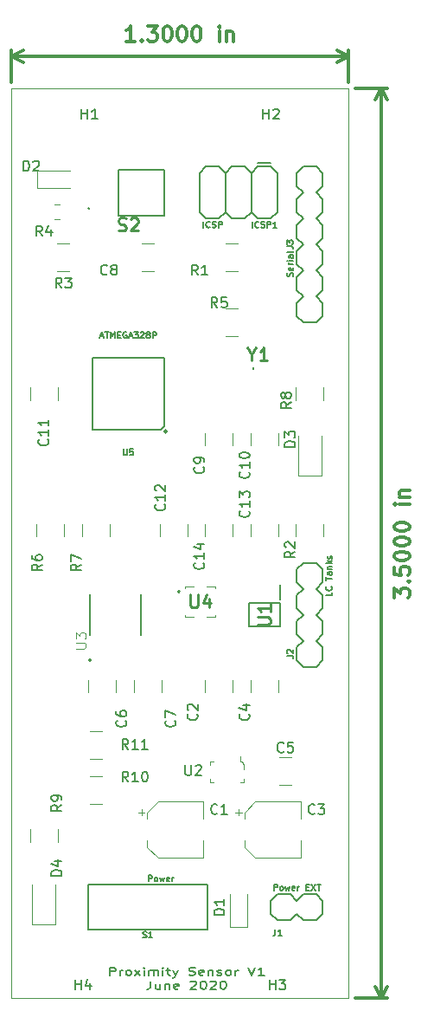
<source format=gbr>
G04 #@! TF.GenerationSoftware,KiCad,Pcbnew,(5.0.2)-1*
G04 #@! TF.CreationDate,2020-06-25T12:03:09-05:00*
G04 #@! TF.ProjectId,ProximityMother_V1,50726f78-696d-4697-9479-4d6f74686572,V1*
G04 #@! TF.SameCoordinates,Original*
G04 #@! TF.FileFunction,Legend,Top*
G04 #@! TF.FilePolarity,Positive*
%FSLAX46Y46*%
G04 Gerber Fmt 4.6, Leading zero omitted, Abs format (unit mm)*
G04 Created by KiCad (PCBNEW (5.0.2)-1) date 6/25/2020 12:03:09 PM*
%MOMM*%
%LPD*%
G01*
G04 APERTURE LIST*
%ADD10C,0.190500*%
%ADD11C,0.300000*%
%ADD12C,0.025400*%
%ADD13C,0.200000*%
%ADD14C,0.100000*%
%ADD15C,0.120000*%
%ADD16C,0.203200*%
%ADD17C,0.127000*%
%ADD18C,0.254000*%
%ADD19C,0.150000*%
%ADD20C,0.015000*%
G04 APERTURE END LIST*
D10*
X93417571Y-157792964D02*
X93417571Y-157030964D01*
X93804619Y-157030964D01*
X93901380Y-157067250D01*
X93949761Y-157103535D01*
X93998142Y-157176107D01*
X93998142Y-157284964D01*
X93949761Y-157357535D01*
X93901380Y-157393821D01*
X93804619Y-157430107D01*
X93417571Y-157430107D01*
X94433571Y-157792964D02*
X94433571Y-157284964D01*
X94433571Y-157430107D02*
X94481952Y-157357535D01*
X94530333Y-157321250D01*
X94627095Y-157284964D01*
X94723857Y-157284964D01*
X95207666Y-157792964D02*
X95110904Y-157756678D01*
X95062523Y-157720392D01*
X95014142Y-157647821D01*
X95014142Y-157430107D01*
X95062523Y-157357535D01*
X95110904Y-157321250D01*
X95207666Y-157284964D01*
X95352809Y-157284964D01*
X95449571Y-157321250D01*
X95497952Y-157357535D01*
X95546333Y-157430107D01*
X95546333Y-157647821D01*
X95497952Y-157720392D01*
X95449571Y-157756678D01*
X95352809Y-157792964D01*
X95207666Y-157792964D01*
X95885000Y-157792964D02*
X96417190Y-157284964D01*
X95885000Y-157284964D02*
X96417190Y-157792964D01*
X96804238Y-157792964D02*
X96804238Y-157284964D01*
X96804238Y-157030964D02*
X96755857Y-157067250D01*
X96804238Y-157103535D01*
X96852619Y-157067250D01*
X96804238Y-157030964D01*
X96804238Y-157103535D01*
X97288047Y-157792964D02*
X97288047Y-157284964D01*
X97288047Y-157357535D02*
X97336428Y-157321250D01*
X97433190Y-157284964D01*
X97578333Y-157284964D01*
X97675095Y-157321250D01*
X97723476Y-157393821D01*
X97723476Y-157792964D01*
X97723476Y-157393821D02*
X97771857Y-157321250D01*
X97868619Y-157284964D01*
X98013761Y-157284964D01*
X98110523Y-157321250D01*
X98158904Y-157393821D01*
X98158904Y-157792964D01*
X98642714Y-157792964D02*
X98642714Y-157284964D01*
X98642714Y-157030964D02*
X98594333Y-157067250D01*
X98642714Y-157103535D01*
X98691095Y-157067250D01*
X98642714Y-157030964D01*
X98642714Y-157103535D01*
X98981380Y-157284964D02*
X99368428Y-157284964D01*
X99126523Y-157030964D02*
X99126523Y-157684107D01*
X99174904Y-157756678D01*
X99271666Y-157792964D01*
X99368428Y-157792964D01*
X99610333Y-157284964D02*
X99852238Y-157792964D01*
X100094142Y-157284964D02*
X99852238Y-157792964D01*
X99755476Y-157974392D01*
X99707095Y-158010678D01*
X99610333Y-158046964D01*
X101206904Y-157756678D02*
X101352047Y-157792964D01*
X101593952Y-157792964D01*
X101690714Y-157756678D01*
X101739095Y-157720392D01*
X101787476Y-157647821D01*
X101787476Y-157575250D01*
X101739095Y-157502678D01*
X101690714Y-157466392D01*
X101593952Y-157430107D01*
X101400428Y-157393821D01*
X101303666Y-157357535D01*
X101255285Y-157321250D01*
X101206904Y-157248678D01*
X101206904Y-157176107D01*
X101255285Y-157103535D01*
X101303666Y-157067250D01*
X101400428Y-157030964D01*
X101642333Y-157030964D01*
X101787476Y-157067250D01*
X102609952Y-157756678D02*
X102513190Y-157792964D01*
X102319666Y-157792964D01*
X102222904Y-157756678D01*
X102174523Y-157684107D01*
X102174523Y-157393821D01*
X102222904Y-157321250D01*
X102319666Y-157284964D01*
X102513190Y-157284964D01*
X102609952Y-157321250D01*
X102658333Y-157393821D01*
X102658333Y-157466392D01*
X102174523Y-157538964D01*
X103093761Y-157284964D02*
X103093761Y-157792964D01*
X103093761Y-157357535D02*
X103142142Y-157321250D01*
X103238904Y-157284964D01*
X103384047Y-157284964D01*
X103480809Y-157321250D01*
X103529190Y-157393821D01*
X103529190Y-157792964D01*
X103964619Y-157756678D02*
X104061380Y-157792964D01*
X104254904Y-157792964D01*
X104351666Y-157756678D01*
X104400047Y-157684107D01*
X104400047Y-157647821D01*
X104351666Y-157575250D01*
X104254904Y-157538964D01*
X104109761Y-157538964D01*
X104013000Y-157502678D01*
X103964619Y-157430107D01*
X103964619Y-157393821D01*
X104013000Y-157321250D01*
X104109761Y-157284964D01*
X104254904Y-157284964D01*
X104351666Y-157321250D01*
X104980619Y-157792964D02*
X104883857Y-157756678D01*
X104835476Y-157720392D01*
X104787095Y-157647821D01*
X104787095Y-157430107D01*
X104835476Y-157357535D01*
X104883857Y-157321250D01*
X104980619Y-157284964D01*
X105125761Y-157284964D01*
X105222523Y-157321250D01*
X105270904Y-157357535D01*
X105319285Y-157430107D01*
X105319285Y-157647821D01*
X105270904Y-157720392D01*
X105222523Y-157756678D01*
X105125761Y-157792964D01*
X104980619Y-157792964D01*
X105754714Y-157792964D02*
X105754714Y-157284964D01*
X105754714Y-157430107D02*
X105803095Y-157357535D01*
X105851476Y-157321250D01*
X105948238Y-157284964D01*
X106045000Y-157284964D01*
X107012619Y-157030964D02*
X107351285Y-157792964D01*
X107689952Y-157030964D01*
X108560809Y-157792964D02*
X107980238Y-157792964D01*
X108270523Y-157792964D02*
X108270523Y-157030964D01*
X108173761Y-157139821D01*
X108077000Y-157212392D01*
X107980238Y-157248678D01*
X97433190Y-158364464D02*
X97433190Y-158908750D01*
X97384809Y-159017607D01*
X97288047Y-159090178D01*
X97142904Y-159126464D01*
X97046142Y-159126464D01*
X98352428Y-158618464D02*
X98352428Y-159126464D01*
X97917000Y-158618464D02*
X97917000Y-159017607D01*
X97965380Y-159090178D01*
X98062142Y-159126464D01*
X98207285Y-159126464D01*
X98304047Y-159090178D01*
X98352428Y-159053892D01*
X98836238Y-158618464D02*
X98836238Y-159126464D01*
X98836238Y-158691035D02*
X98884619Y-158654750D01*
X98981380Y-158618464D01*
X99126523Y-158618464D01*
X99223285Y-158654750D01*
X99271666Y-158727321D01*
X99271666Y-159126464D01*
X100142523Y-159090178D02*
X100045761Y-159126464D01*
X99852238Y-159126464D01*
X99755476Y-159090178D01*
X99707095Y-159017607D01*
X99707095Y-158727321D01*
X99755476Y-158654750D01*
X99852238Y-158618464D01*
X100045761Y-158618464D01*
X100142523Y-158654750D01*
X100190904Y-158727321D01*
X100190904Y-158799892D01*
X99707095Y-158872464D01*
X101352047Y-158437035D02*
X101400428Y-158400750D01*
X101497190Y-158364464D01*
X101739095Y-158364464D01*
X101835857Y-158400750D01*
X101884238Y-158437035D01*
X101932619Y-158509607D01*
X101932619Y-158582178D01*
X101884238Y-158691035D01*
X101303666Y-159126464D01*
X101932619Y-159126464D01*
X102561571Y-158364464D02*
X102658333Y-158364464D01*
X102755095Y-158400750D01*
X102803476Y-158437035D01*
X102851857Y-158509607D01*
X102900238Y-158654750D01*
X102900238Y-158836178D01*
X102851857Y-158981321D01*
X102803476Y-159053892D01*
X102755095Y-159090178D01*
X102658333Y-159126464D01*
X102561571Y-159126464D01*
X102464809Y-159090178D01*
X102416428Y-159053892D01*
X102368047Y-158981321D01*
X102319666Y-158836178D01*
X102319666Y-158654750D01*
X102368047Y-158509607D01*
X102416428Y-158437035D01*
X102464809Y-158400750D01*
X102561571Y-158364464D01*
X103287285Y-158437035D02*
X103335666Y-158400750D01*
X103432428Y-158364464D01*
X103674333Y-158364464D01*
X103771095Y-158400750D01*
X103819476Y-158437035D01*
X103867857Y-158509607D01*
X103867857Y-158582178D01*
X103819476Y-158691035D01*
X103238904Y-159126464D01*
X103867857Y-159126464D01*
X104496809Y-158364464D02*
X104593571Y-158364464D01*
X104690333Y-158400750D01*
X104738714Y-158437035D01*
X104787095Y-158509607D01*
X104835476Y-158654750D01*
X104835476Y-158836178D01*
X104787095Y-158981321D01*
X104738714Y-159053892D01*
X104690333Y-159090178D01*
X104593571Y-159126464D01*
X104496809Y-159126464D01*
X104400047Y-159090178D01*
X104351666Y-159053892D01*
X104303285Y-158981321D01*
X104254904Y-158836178D01*
X104254904Y-158654750D01*
X104303285Y-158509607D01*
X104351666Y-158437035D01*
X104400047Y-158400750D01*
X104496809Y-158364464D01*
D11*
X95937142Y-66523571D02*
X95080000Y-66523571D01*
X95508571Y-66523571D02*
X95508571Y-65023571D01*
X95365714Y-65237857D01*
X95222857Y-65380714D01*
X95080000Y-65452142D01*
X96580000Y-66380714D02*
X96651428Y-66452142D01*
X96580000Y-66523571D01*
X96508571Y-66452142D01*
X96580000Y-66380714D01*
X96580000Y-66523571D01*
X97151428Y-65023571D02*
X98080000Y-65023571D01*
X97580000Y-65595000D01*
X97794285Y-65595000D01*
X97937142Y-65666428D01*
X98008571Y-65737857D01*
X98080000Y-65880714D01*
X98080000Y-66237857D01*
X98008571Y-66380714D01*
X97937142Y-66452142D01*
X97794285Y-66523571D01*
X97365714Y-66523571D01*
X97222857Y-66452142D01*
X97151428Y-66380714D01*
X99008571Y-65023571D02*
X99151428Y-65023571D01*
X99294285Y-65095000D01*
X99365714Y-65166428D01*
X99437142Y-65309285D01*
X99508571Y-65595000D01*
X99508571Y-65952142D01*
X99437142Y-66237857D01*
X99365714Y-66380714D01*
X99294285Y-66452142D01*
X99151428Y-66523571D01*
X99008571Y-66523571D01*
X98865714Y-66452142D01*
X98794285Y-66380714D01*
X98722857Y-66237857D01*
X98651428Y-65952142D01*
X98651428Y-65595000D01*
X98722857Y-65309285D01*
X98794285Y-65166428D01*
X98865714Y-65095000D01*
X99008571Y-65023571D01*
X100437142Y-65023571D02*
X100580000Y-65023571D01*
X100722857Y-65095000D01*
X100794285Y-65166428D01*
X100865714Y-65309285D01*
X100937142Y-65595000D01*
X100937142Y-65952142D01*
X100865714Y-66237857D01*
X100794285Y-66380714D01*
X100722857Y-66452142D01*
X100580000Y-66523571D01*
X100437142Y-66523571D01*
X100294285Y-66452142D01*
X100222857Y-66380714D01*
X100151428Y-66237857D01*
X100080000Y-65952142D01*
X100080000Y-65595000D01*
X100151428Y-65309285D01*
X100222857Y-65166428D01*
X100294285Y-65095000D01*
X100437142Y-65023571D01*
X101865714Y-65023571D02*
X102008571Y-65023571D01*
X102151428Y-65095000D01*
X102222857Y-65166428D01*
X102294285Y-65309285D01*
X102365714Y-65595000D01*
X102365714Y-65952142D01*
X102294285Y-66237857D01*
X102222857Y-66380714D01*
X102151428Y-66452142D01*
X102008571Y-66523571D01*
X101865714Y-66523571D01*
X101722857Y-66452142D01*
X101651428Y-66380714D01*
X101580000Y-66237857D01*
X101508571Y-65952142D01*
X101508571Y-65595000D01*
X101580000Y-65309285D01*
X101651428Y-65166428D01*
X101722857Y-65095000D01*
X101865714Y-65023571D01*
X104151428Y-66523571D02*
X104151428Y-65523571D01*
X104151428Y-65023571D02*
X104080000Y-65095000D01*
X104151428Y-65166428D01*
X104222857Y-65095000D01*
X104151428Y-65023571D01*
X104151428Y-65166428D01*
X104865714Y-65523571D02*
X104865714Y-66523571D01*
X104865714Y-65666428D02*
X104937142Y-65595000D01*
X105080000Y-65523571D01*
X105294285Y-65523571D01*
X105437142Y-65595000D01*
X105508571Y-65737857D01*
X105508571Y-66523571D01*
X116840000Y-67945000D02*
X83820000Y-67945000D01*
X116840000Y-70485000D02*
X116840000Y-67358579D01*
X83820000Y-70485000D02*
X83820000Y-67358579D01*
X83820000Y-67945000D02*
X84946504Y-67358579D01*
X83820000Y-67945000D02*
X84946504Y-68531421D01*
X116840000Y-67945000D02*
X115713496Y-67358579D01*
X116840000Y-67945000D02*
X115713496Y-68531421D01*
X121293571Y-120891428D02*
X121293571Y-119962857D01*
X121865000Y-120462857D01*
X121865000Y-120248571D01*
X121936428Y-120105714D01*
X122007857Y-120034285D01*
X122150714Y-119962857D01*
X122507857Y-119962857D01*
X122650714Y-120034285D01*
X122722142Y-120105714D01*
X122793571Y-120248571D01*
X122793571Y-120677142D01*
X122722142Y-120820000D01*
X122650714Y-120891428D01*
X122650714Y-119320000D02*
X122722142Y-119248571D01*
X122793571Y-119320000D01*
X122722142Y-119391428D01*
X122650714Y-119320000D01*
X122793571Y-119320000D01*
X121293571Y-117891428D02*
X121293571Y-118605714D01*
X122007857Y-118677142D01*
X121936428Y-118605714D01*
X121865000Y-118462857D01*
X121865000Y-118105714D01*
X121936428Y-117962857D01*
X122007857Y-117891428D01*
X122150714Y-117820000D01*
X122507857Y-117820000D01*
X122650714Y-117891428D01*
X122722142Y-117962857D01*
X122793571Y-118105714D01*
X122793571Y-118462857D01*
X122722142Y-118605714D01*
X122650714Y-118677142D01*
X121293571Y-116891428D02*
X121293571Y-116748571D01*
X121365000Y-116605714D01*
X121436428Y-116534285D01*
X121579285Y-116462857D01*
X121865000Y-116391428D01*
X122222142Y-116391428D01*
X122507857Y-116462857D01*
X122650714Y-116534285D01*
X122722142Y-116605714D01*
X122793571Y-116748571D01*
X122793571Y-116891428D01*
X122722142Y-117034285D01*
X122650714Y-117105714D01*
X122507857Y-117177142D01*
X122222142Y-117248571D01*
X121865000Y-117248571D01*
X121579285Y-117177142D01*
X121436428Y-117105714D01*
X121365000Y-117034285D01*
X121293571Y-116891428D01*
X121293571Y-115462857D02*
X121293571Y-115320000D01*
X121365000Y-115177142D01*
X121436428Y-115105714D01*
X121579285Y-115034285D01*
X121865000Y-114962857D01*
X122222142Y-114962857D01*
X122507857Y-115034285D01*
X122650714Y-115105714D01*
X122722142Y-115177142D01*
X122793571Y-115320000D01*
X122793571Y-115462857D01*
X122722142Y-115605714D01*
X122650714Y-115677142D01*
X122507857Y-115748571D01*
X122222142Y-115820000D01*
X121865000Y-115820000D01*
X121579285Y-115748571D01*
X121436428Y-115677142D01*
X121365000Y-115605714D01*
X121293571Y-115462857D01*
X121293571Y-114034285D02*
X121293571Y-113891428D01*
X121365000Y-113748571D01*
X121436428Y-113677142D01*
X121579285Y-113605714D01*
X121865000Y-113534285D01*
X122222142Y-113534285D01*
X122507857Y-113605714D01*
X122650714Y-113677142D01*
X122722142Y-113748571D01*
X122793571Y-113891428D01*
X122793571Y-114034285D01*
X122722142Y-114177142D01*
X122650714Y-114248571D01*
X122507857Y-114320000D01*
X122222142Y-114391428D01*
X121865000Y-114391428D01*
X121579285Y-114320000D01*
X121436428Y-114248571D01*
X121365000Y-114177142D01*
X121293571Y-114034285D01*
X122793571Y-111748571D02*
X121793571Y-111748571D01*
X121293571Y-111748571D02*
X121365000Y-111820000D01*
X121436428Y-111748571D01*
X121365000Y-111677142D01*
X121293571Y-111748571D01*
X121436428Y-111748571D01*
X121793571Y-111034285D02*
X122793571Y-111034285D01*
X121936428Y-111034285D02*
X121865000Y-110962857D01*
X121793571Y-110820000D01*
X121793571Y-110605714D01*
X121865000Y-110462857D01*
X122007857Y-110391428D01*
X122793571Y-110391428D01*
X120015000Y-160020000D02*
X120015000Y-71120000D01*
X117475000Y-160020000D02*
X120601421Y-160020000D01*
X117475000Y-71120000D02*
X120601421Y-71120000D01*
X120015000Y-71120000D02*
X120601421Y-72246504D01*
X120015000Y-71120000D02*
X119428579Y-72246504D01*
X120015000Y-160020000D02*
X120601421Y-158893496D01*
X120015000Y-160020000D02*
X119428579Y-158893496D01*
D12*
X83820000Y-160020000D02*
X83820000Y-71120000D01*
X116840000Y-160020000D02*
X83820000Y-160020000D01*
X116840000Y-71120000D02*
X116840000Y-160020000D01*
X83820000Y-71120000D02*
X116840000Y-71120000D01*
D13*
G04 #@! TO.C,U4*
X100195000Y-120185000D02*
G75*
G02X100195000Y-120385000I0J-100000D01*
G01*
X100195000Y-120385000D02*
G75*
G02X100195000Y-120185000I0J100000D01*
G01*
X100195000Y-120385000D02*
X100195000Y-120385000D01*
X100195000Y-120185000D02*
X100195000Y-120185000D01*
D14*
X103795000Y-122785000D02*
X103795000Y-122585000D01*
X102895000Y-122785000D02*
X103795000Y-122785000D01*
X100795000Y-122785000D02*
X101695000Y-122785000D01*
X100795000Y-122585000D02*
X100795000Y-122785000D01*
X103795000Y-119785000D02*
X103795000Y-119985000D01*
X102895000Y-119785000D02*
X103795000Y-119785000D01*
X100795000Y-119785000D02*
X101695000Y-119785000D01*
X100795000Y-119985000D02*
X100795000Y-119785000D01*
D15*
G04 #@! TO.C,R8*
X114390000Y-101567064D02*
X114390000Y-100362936D01*
X111670000Y-101567064D02*
X111670000Y-100362936D01*
D16*
G04 #@! TO.C,ICSP1*
X109220000Y-78407260D02*
X107950000Y-78407260D01*
X107950000Y-78407260D02*
X109220000Y-78407260D01*
X109220000Y-78740000D02*
X107950000Y-78740000D01*
X106680000Y-78740000D02*
X105410000Y-78740000D01*
X104140000Y-78740000D02*
X102870000Y-78740000D01*
X102235000Y-83185000D02*
X102235000Y-79375000D01*
X104775000Y-83185000D02*
X104775000Y-79375000D01*
X107315000Y-83185000D02*
X107315000Y-79375000D01*
X102870000Y-83820000D02*
X102235000Y-83185000D01*
X104140000Y-83820000D02*
X102870000Y-83820000D01*
X104775000Y-83185000D02*
X104140000Y-83820000D01*
X105410000Y-83820000D02*
X104775000Y-83185000D01*
X106680000Y-83820000D02*
X105410000Y-83820000D01*
X107315000Y-83185000D02*
X106680000Y-83820000D01*
X107950000Y-83820000D02*
X107315000Y-83185000D01*
X109220000Y-83820000D02*
X107950000Y-83820000D01*
X109855000Y-83185000D02*
X109220000Y-83820000D01*
X109855000Y-79375000D02*
X109855000Y-83185000D01*
X102870000Y-78740000D02*
X102235000Y-79375000D01*
X104775000Y-79375000D02*
X104140000Y-78740000D01*
X105410000Y-78740000D02*
X104775000Y-79375000D01*
X107315000Y-79375000D02*
X106680000Y-78740000D01*
X107950000Y-78740000D02*
X107315000Y-79375000D01*
X109855000Y-79375000D02*
X109220000Y-78740000D01*
D15*
G04 #@! TO.C,C1*
X96535700Y-141564500D02*
X96535700Y-142189500D01*
X96223200Y-141877000D02*
X96848200Y-141877000D01*
X97088200Y-145257563D02*
X98152637Y-146322000D01*
X97088200Y-141866437D02*
X98152637Y-140802000D01*
X97088200Y-141866437D02*
X97088200Y-142502000D01*
X97088200Y-145257563D02*
X97088200Y-144622000D01*
X98152637Y-146322000D02*
X102608200Y-146322000D01*
X98152637Y-140802000D02*
X102608200Y-140802000D01*
X102608200Y-140802000D02*
X102608200Y-142502000D01*
X102608200Y-146322000D02*
X102608200Y-144622000D01*
G04 #@! TO.C,C2*
X105500000Y-128937936D02*
X105500000Y-130142064D01*
X102780000Y-128937936D02*
X102780000Y-130142064D01*
G04 #@! TO.C,C3*
X112133000Y-146322000D02*
X112133000Y-144622000D01*
X112133000Y-140802000D02*
X112133000Y-142502000D01*
X107677437Y-140802000D02*
X112133000Y-140802000D01*
X107677437Y-146322000D02*
X112133000Y-146322000D01*
X106613000Y-145257563D02*
X106613000Y-144622000D01*
X106613000Y-141866437D02*
X106613000Y-142502000D01*
X106613000Y-141866437D02*
X107677437Y-140802000D01*
X106613000Y-145257563D02*
X107677437Y-146322000D01*
X105748000Y-141877000D02*
X106373000Y-141877000D01*
X106060500Y-141564500D02*
X106060500Y-142189500D01*
G04 #@! TO.C,C4*
X107225000Y-128937936D02*
X107225000Y-130142064D01*
X109945000Y-128937936D02*
X109945000Y-130142064D01*
G04 #@! TO.C,C5*
X110040936Y-139207000D02*
X111245064Y-139207000D01*
X110040936Y-136487000D02*
X111245064Y-136487000D01*
G04 #@! TO.C,C6*
X94070000Y-128937936D02*
X94070000Y-130142064D01*
X91350000Y-128937936D02*
X91350000Y-130142064D01*
G04 #@! TO.C,C7*
X98515000Y-128937936D02*
X98515000Y-130142064D01*
X95795000Y-128937936D02*
X95795000Y-130142064D01*
G04 #@! TO.C,C8*
X97757064Y-88990000D02*
X96552936Y-88990000D01*
X97757064Y-86270000D02*
X96552936Y-86270000D01*
G04 #@! TO.C,C9*
X102780000Y-104807936D02*
X102780000Y-106012064D01*
X105500000Y-104807936D02*
X105500000Y-106012064D01*
G04 #@! TO.C,C10*
X107225000Y-104807936D02*
X107225000Y-106012064D01*
X109945000Y-104807936D02*
X109945000Y-106012064D01*
G04 #@! TO.C,C11*
X85635000Y-101567064D02*
X85635000Y-100362936D01*
X88355000Y-101567064D02*
X88355000Y-100362936D01*
G04 #@! TO.C,C12*
X101055000Y-113697936D02*
X101055000Y-114902064D01*
X98335000Y-113697936D02*
X98335000Y-114902064D01*
G04 #@! TO.C,C13*
X109945000Y-114902064D02*
X109945000Y-113697936D01*
X107225000Y-114902064D02*
X107225000Y-113697936D01*
G04 #@! TO.C,C14*
X105500000Y-114902064D02*
X105500000Y-113697936D01*
X102780000Y-114902064D02*
X102780000Y-113697936D01*
G04 #@! TO.C,D1*
X105195000Y-153030000D02*
X105195000Y-149880000D01*
X106895000Y-153030000D02*
X106895000Y-149880000D01*
X105195000Y-153030000D02*
X106895000Y-153030000D01*
G04 #@! TO.C,D2*
X86365000Y-79160000D02*
X86365000Y-80860000D01*
X86365000Y-80860000D02*
X89515000Y-80860000D01*
X86365000Y-79160000D02*
X89515000Y-79160000D01*
G04 #@! TO.C,D3*
X114165000Y-108965000D02*
X114165000Y-105080000D01*
X111895000Y-108965000D02*
X114165000Y-108965000D01*
X111895000Y-105080000D02*
X111895000Y-108965000D01*
G04 #@! TO.C,D4*
X85860000Y-148895000D02*
X85860000Y-152780000D01*
X85860000Y-152780000D02*
X88130000Y-152780000D01*
X88130000Y-152780000D02*
X88130000Y-148895000D01*
D16*
G04 #@! TO.C,J1*
X109855000Y-149860000D02*
X111125000Y-149860000D01*
X111125000Y-149860000D02*
X111760000Y-150495000D01*
X111760000Y-151765000D02*
X111125000Y-152400000D01*
X111760000Y-150495000D02*
X112395000Y-149860000D01*
X112395000Y-149860000D02*
X113665000Y-149860000D01*
X113665000Y-149860000D02*
X114300000Y-150495000D01*
X114300000Y-151765000D02*
X113665000Y-152400000D01*
X113665000Y-152400000D02*
X112395000Y-152400000D01*
X112395000Y-152400000D02*
X111760000Y-151765000D01*
X109220000Y-150495000D02*
X109220000Y-151765000D01*
X109855000Y-149860000D02*
X109220000Y-150495000D01*
X109220000Y-151765000D02*
X109855000Y-152400000D01*
X111125000Y-152400000D02*
X109855000Y-152400000D01*
X114300000Y-150495000D02*
X114300000Y-151765000D01*
G04 #@! TO.C,J2*
X111760000Y-119380000D02*
X111760000Y-118110000D01*
X111760000Y-118110000D02*
X112395000Y-117475000D01*
X113665000Y-117475000D02*
X114300000Y-118110000D01*
X112395000Y-122555000D02*
X111760000Y-121920000D01*
X111760000Y-121920000D02*
X111760000Y-120650000D01*
X111760000Y-120650000D02*
X112395000Y-120015000D01*
X113665000Y-120015000D02*
X114300000Y-120650000D01*
X114300000Y-120650000D02*
X114300000Y-121920000D01*
X114300000Y-121920000D02*
X113665000Y-122555000D01*
X111760000Y-119380000D02*
X112395000Y-120015000D01*
X113665000Y-120015000D02*
X114300000Y-119380000D01*
X114300000Y-118110000D02*
X114300000Y-119380000D01*
X111760000Y-127000000D02*
X111760000Y-125730000D01*
X111760000Y-125730000D02*
X112395000Y-125095000D01*
X113665000Y-125095000D02*
X114300000Y-125730000D01*
X112395000Y-125095000D02*
X111760000Y-124460000D01*
X111760000Y-124460000D02*
X111760000Y-123190000D01*
X111760000Y-123190000D02*
X112395000Y-122555000D01*
X113665000Y-122555000D02*
X114300000Y-123190000D01*
X114300000Y-123190000D02*
X114300000Y-124460000D01*
X114300000Y-124460000D02*
X113665000Y-125095000D01*
X112395000Y-127635000D02*
X113665000Y-127635000D01*
X111760000Y-127000000D02*
X112395000Y-127635000D01*
X113665000Y-127635000D02*
X114300000Y-127000000D01*
X114300000Y-125730000D02*
X114300000Y-127000000D01*
X112395000Y-117475000D02*
X113665000Y-117475000D01*
G04 #@! TO.C,J3*
X112395000Y-81280000D02*
X111760000Y-80645000D01*
X111760000Y-80645000D02*
X111760000Y-79375000D01*
X111760000Y-79375000D02*
X112395000Y-78740000D01*
X113665000Y-78740000D02*
X114300000Y-79375000D01*
X114300000Y-79375000D02*
X114300000Y-80645000D01*
X114300000Y-80645000D02*
X113665000Y-81280000D01*
X111760000Y-85725000D02*
X111760000Y-84455000D01*
X111760000Y-84455000D02*
X112395000Y-83820000D01*
X113665000Y-83820000D02*
X114300000Y-84455000D01*
X112395000Y-83820000D02*
X111760000Y-83185000D01*
X111760000Y-83185000D02*
X111760000Y-81915000D01*
X111760000Y-81915000D02*
X112395000Y-81280000D01*
X113665000Y-81280000D02*
X114300000Y-81915000D01*
X114300000Y-81915000D02*
X114300000Y-83185000D01*
X114300000Y-83185000D02*
X113665000Y-83820000D01*
X112395000Y-88900000D02*
X111760000Y-88265000D01*
X111760000Y-88265000D02*
X111760000Y-86995000D01*
X111760000Y-86995000D02*
X112395000Y-86360000D01*
X113665000Y-86360000D02*
X114300000Y-86995000D01*
X114300000Y-86995000D02*
X114300000Y-88265000D01*
X114300000Y-88265000D02*
X113665000Y-88900000D01*
X111760000Y-85725000D02*
X112395000Y-86360000D01*
X113665000Y-86360000D02*
X114300000Y-85725000D01*
X114300000Y-84455000D02*
X114300000Y-85725000D01*
X111760000Y-93345000D02*
X111760000Y-92075000D01*
X111760000Y-92075000D02*
X112395000Y-91440000D01*
X113665000Y-91440000D02*
X114300000Y-92075000D01*
X112395000Y-91440000D02*
X111760000Y-90805000D01*
X111760000Y-90805000D02*
X111760000Y-89535000D01*
X111760000Y-89535000D02*
X112395000Y-88900000D01*
X113665000Y-88900000D02*
X114300000Y-89535000D01*
X114300000Y-89535000D02*
X114300000Y-90805000D01*
X114300000Y-90805000D02*
X113665000Y-91440000D01*
X112395000Y-93980000D02*
X113665000Y-93980000D01*
X111760000Y-93345000D02*
X112395000Y-93980000D01*
X113665000Y-93980000D02*
X114300000Y-93345000D01*
X114300000Y-92075000D02*
X114300000Y-93345000D01*
X112395000Y-78740000D02*
X113665000Y-78740000D01*
D15*
G04 #@! TO.C,R1*
X106012064Y-86270000D02*
X104807936Y-86270000D01*
X106012064Y-88990000D02*
X104807936Y-88990000D01*
G04 #@! TO.C,R2*
X114390000Y-113697936D02*
X114390000Y-114902064D01*
X111670000Y-113697936D02*
X111670000Y-114902064D01*
G04 #@! TO.C,R3*
X88297936Y-86270000D02*
X89502064Y-86270000D01*
X88297936Y-88990000D02*
X89502064Y-88990000D01*
G04 #@! TO.C,R4*
X88526252Y-83895000D02*
X88003748Y-83895000D01*
X88526252Y-82475000D02*
X88003748Y-82475000D01*
G04 #@! TO.C,R5*
X106012064Y-92620000D02*
X104807936Y-92620000D01*
X106012064Y-95340000D02*
X104807936Y-95340000D01*
G04 #@! TO.C,R6*
X86270000Y-113697936D02*
X86270000Y-114902064D01*
X88990000Y-113697936D02*
X88990000Y-114902064D01*
G04 #@! TO.C,R7*
X93435000Y-113697936D02*
X93435000Y-114902064D01*
X90715000Y-113697936D02*
X90715000Y-114902064D01*
G04 #@! TO.C,R9*
X85635000Y-144747064D02*
X85635000Y-143542936D01*
X88355000Y-144747064D02*
X88355000Y-143542936D01*
G04 #@! TO.C,R10*
X91472936Y-141060000D02*
X92677064Y-141060000D01*
X91472936Y-138340000D02*
X92677064Y-138340000D01*
G04 #@! TO.C,R11*
X92677064Y-136615000D02*
X91472936Y-136615000D01*
X92677064Y-133895000D02*
X91472936Y-133895000D01*
D16*
G04 #@! TO.C,S1*
X91340940Y-148955760D02*
X91340940Y-153304240D01*
X91340940Y-153304240D02*
X102969060Y-153304240D01*
X102969060Y-153304240D02*
X102969060Y-148955760D01*
X102969060Y-148955760D02*
X91340940Y-148955760D01*
D13*
G04 #@! TO.C,S2*
X94270000Y-79030000D02*
X98770000Y-79030000D01*
X98770000Y-79030000D02*
X98770000Y-83530000D01*
X98770000Y-83530000D02*
X94270000Y-83530000D01*
X94270000Y-83530000D02*
X94270000Y-79030000D01*
X91451000Y-82863000D02*
G75*
G03X91451000Y-82863000I-69000J0D01*
G01*
G04 #@! TO.C,U1*
X110085000Y-121405000D02*
X110085000Y-123705000D01*
X110085000Y-123705000D02*
X107085000Y-123705000D01*
X107085000Y-123705000D02*
X107085000Y-121405000D01*
X107085000Y-121405000D02*
X110085000Y-121405000D01*
X110085000Y-119655000D02*
X110085000Y-121055000D01*
D14*
G04 #@! TO.C,U2*
X106253000Y-138927000D02*
X106578000Y-138927000D01*
X106578000Y-138927000D02*
X106578000Y-138627000D01*
X103603000Y-136927000D02*
X103278000Y-136927000D01*
X103278000Y-136927000D02*
X103278000Y-137227000D01*
X103578000Y-138927000D02*
X103278000Y-138927000D01*
X103278000Y-138927000D02*
X103278000Y-138602000D01*
X106578000Y-137252000D02*
X106353000Y-136927000D01*
X106353000Y-136927000D02*
X106253000Y-136927000D01*
X106253000Y-136927000D02*
X106253000Y-136402000D01*
X106578000Y-137252000D02*
X106578000Y-137627000D01*
D13*
G04 #@! TO.C,U3*
X91585000Y-127000000D02*
G75*
G03X91585000Y-127000000I-100000J0D01*
G01*
D17*
X91460000Y-124555000D02*
X91460000Y-120555000D01*
X96500000Y-124555000D02*
X96500000Y-120555000D01*
D16*
G04 #@! TO.C,U5*
X91747340Y-104467660D02*
X91747340Y-97462340D01*
X91747340Y-97462340D02*
X98752660Y-97462340D01*
X98752660Y-97462340D02*
X98752660Y-104114600D01*
X98399600Y-104467660D02*
X91747340Y-104467660D01*
X98399600Y-104467660D02*
X98752660Y-104114600D01*
X99060000Y-104648000D02*
G75*
G03X99060000Y-104648000I-152400J0D01*
G01*
D13*
G04 #@! TO.C,Y1*
X107510000Y-98425000D02*
X107510000Y-98425000D01*
X107510000Y-98525000D02*
X107510000Y-98525000D01*
X107510000Y-98425000D02*
X107510000Y-98425000D01*
X107510000Y-98525000D02*
G75*
G02X107510000Y-98425000I0J50000D01*
G01*
X107510000Y-98425000D02*
G75*
G02X107510000Y-98525000I0J-50000D01*
G01*
X107510000Y-98525000D02*
G75*
G02X107510000Y-98425000I0J50000D01*
G01*
G04 #@! TD*
G04 #@! TO.C,U4*
D18*
X101327380Y-120589523D02*
X101327380Y-121617619D01*
X101387857Y-121738571D01*
X101448333Y-121799047D01*
X101569285Y-121859523D01*
X101811190Y-121859523D01*
X101932142Y-121799047D01*
X101992619Y-121738571D01*
X102053095Y-121617619D01*
X102053095Y-120589523D01*
X103202142Y-121012857D02*
X103202142Y-121859523D01*
X102899761Y-120529047D02*
X102597380Y-121436190D01*
X103383571Y-121436190D01*
G04 #@! TO.C,R8*
D19*
X111202380Y-101766666D02*
X110726190Y-102100000D01*
X111202380Y-102338095D02*
X110202380Y-102338095D01*
X110202380Y-101957142D01*
X110250000Y-101861904D01*
X110297619Y-101814285D01*
X110392857Y-101766666D01*
X110535714Y-101766666D01*
X110630952Y-101814285D01*
X110678571Y-101861904D01*
X110726190Y-101957142D01*
X110726190Y-102338095D01*
X110630952Y-101195238D02*
X110583333Y-101290476D01*
X110535714Y-101338095D01*
X110440476Y-101385714D01*
X110392857Y-101385714D01*
X110297619Y-101338095D01*
X110250000Y-101290476D01*
X110202380Y-101195238D01*
X110202380Y-101004761D01*
X110250000Y-100909523D01*
X110297619Y-100861904D01*
X110392857Y-100814285D01*
X110440476Y-100814285D01*
X110535714Y-100861904D01*
X110583333Y-100909523D01*
X110630952Y-101004761D01*
X110630952Y-101195238D01*
X110678571Y-101290476D01*
X110726190Y-101338095D01*
X110821428Y-101385714D01*
X111011904Y-101385714D01*
X111107142Y-101338095D01*
X111154761Y-101290476D01*
X111202380Y-101195238D01*
X111202380Y-101004761D01*
X111154761Y-100909523D01*
X111107142Y-100861904D01*
X111011904Y-100814285D01*
X110821428Y-100814285D01*
X110726190Y-100861904D01*
X110678571Y-100909523D01*
X110630952Y-101004761D01*
G04 #@! TO.C,ICSP1*
D17*
X107394828Y-84730771D02*
X107394828Y-84121171D01*
X108033457Y-84672714D02*
X108004428Y-84701742D01*
X107917342Y-84730771D01*
X107859285Y-84730771D01*
X107772200Y-84701742D01*
X107714142Y-84643685D01*
X107685114Y-84585628D01*
X107656085Y-84469514D01*
X107656085Y-84382428D01*
X107685114Y-84266314D01*
X107714142Y-84208257D01*
X107772200Y-84150200D01*
X107859285Y-84121171D01*
X107917342Y-84121171D01*
X108004428Y-84150200D01*
X108033457Y-84179228D01*
X108265685Y-84701742D02*
X108352771Y-84730771D01*
X108497914Y-84730771D01*
X108555971Y-84701742D01*
X108585000Y-84672714D01*
X108614028Y-84614657D01*
X108614028Y-84556600D01*
X108585000Y-84498542D01*
X108555971Y-84469514D01*
X108497914Y-84440485D01*
X108381800Y-84411457D01*
X108323742Y-84382428D01*
X108294714Y-84353400D01*
X108265685Y-84295342D01*
X108265685Y-84237285D01*
X108294714Y-84179228D01*
X108323742Y-84150200D01*
X108381800Y-84121171D01*
X108526942Y-84121171D01*
X108614028Y-84150200D01*
X108875285Y-84730771D02*
X108875285Y-84121171D01*
X109107514Y-84121171D01*
X109165571Y-84150200D01*
X109194600Y-84179228D01*
X109223628Y-84237285D01*
X109223628Y-84324371D01*
X109194600Y-84382428D01*
X109165571Y-84411457D01*
X109107514Y-84440485D01*
X108875285Y-84440485D01*
X109804200Y-84730771D02*
X109455857Y-84730771D01*
X109630028Y-84730771D02*
X109630028Y-84121171D01*
X109571971Y-84208257D01*
X109513914Y-84266314D01*
X109455857Y-84295342D01*
X102605114Y-84730771D02*
X102605114Y-84121171D01*
X103243742Y-84672714D02*
X103214714Y-84701742D01*
X103127628Y-84730771D01*
X103069571Y-84730771D01*
X102982485Y-84701742D01*
X102924428Y-84643685D01*
X102895400Y-84585628D01*
X102866371Y-84469514D01*
X102866371Y-84382428D01*
X102895400Y-84266314D01*
X102924428Y-84208257D01*
X102982485Y-84150200D01*
X103069571Y-84121171D01*
X103127628Y-84121171D01*
X103214714Y-84150200D01*
X103243742Y-84179228D01*
X103475971Y-84701742D02*
X103563057Y-84730771D01*
X103708200Y-84730771D01*
X103766257Y-84701742D01*
X103795285Y-84672714D01*
X103824314Y-84614657D01*
X103824314Y-84556600D01*
X103795285Y-84498542D01*
X103766257Y-84469514D01*
X103708200Y-84440485D01*
X103592085Y-84411457D01*
X103534028Y-84382428D01*
X103505000Y-84353400D01*
X103475971Y-84295342D01*
X103475971Y-84237285D01*
X103505000Y-84179228D01*
X103534028Y-84150200D01*
X103592085Y-84121171D01*
X103737228Y-84121171D01*
X103824314Y-84150200D01*
X104085571Y-84730771D02*
X104085571Y-84121171D01*
X104317800Y-84121171D01*
X104375857Y-84150200D01*
X104404885Y-84179228D01*
X104433914Y-84237285D01*
X104433914Y-84324371D01*
X104404885Y-84382428D01*
X104375857Y-84411457D01*
X104317800Y-84440485D01*
X104085571Y-84440485D01*
G04 #@! TO.C,C1*
D19*
X103973333Y-141962142D02*
X103925714Y-142009761D01*
X103782857Y-142057380D01*
X103687619Y-142057380D01*
X103544761Y-142009761D01*
X103449523Y-141914523D01*
X103401904Y-141819285D01*
X103354285Y-141628809D01*
X103354285Y-141485952D01*
X103401904Y-141295476D01*
X103449523Y-141200238D01*
X103544761Y-141105000D01*
X103687619Y-141057380D01*
X103782857Y-141057380D01*
X103925714Y-141105000D01*
X103973333Y-141152619D01*
X104925714Y-142057380D02*
X104354285Y-142057380D01*
X104640000Y-142057380D02*
X104640000Y-141057380D01*
X104544761Y-141200238D01*
X104449523Y-141295476D01*
X104354285Y-141343095D01*
G04 #@! TO.C,C2*
X101957142Y-132246666D02*
X102004761Y-132294285D01*
X102052380Y-132437142D01*
X102052380Y-132532380D01*
X102004761Y-132675238D01*
X101909523Y-132770476D01*
X101814285Y-132818095D01*
X101623809Y-132865714D01*
X101480952Y-132865714D01*
X101290476Y-132818095D01*
X101195238Y-132770476D01*
X101100000Y-132675238D01*
X101052380Y-132532380D01*
X101052380Y-132437142D01*
X101100000Y-132294285D01*
X101147619Y-132246666D01*
X101147619Y-131865714D02*
X101100000Y-131818095D01*
X101052380Y-131722857D01*
X101052380Y-131484761D01*
X101100000Y-131389523D01*
X101147619Y-131341904D01*
X101242857Y-131294285D01*
X101338095Y-131294285D01*
X101480952Y-131341904D01*
X102052380Y-131913333D01*
X102052380Y-131294285D01*
G04 #@! TO.C,C3*
X113498333Y-141962142D02*
X113450714Y-142009761D01*
X113307857Y-142057380D01*
X113212619Y-142057380D01*
X113069761Y-142009761D01*
X112974523Y-141914523D01*
X112926904Y-141819285D01*
X112879285Y-141628809D01*
X112879285Y-141485952D01*
X112926904Y-141295476D01*
X112974523Y-141200238D01*
X113069761Y-141105000D01*
X113212619Y-141057380D01*
X113307857Y-141057380D01*
X113450714Y-141105000D01*
X113498333Y-141152619D01*
X113831666Y-141057380D02*
X114450714Y-141057380D01*
X114117380Y-141438333D01*
X114260238Y-141438333D01*
X114355476Y-141485952D01*
X114403095Y-141533571D01*
X114450714Y-141628809D01*
X114450714Y-141866904D01*
X114403095Y-141962142D01*
X114355476Y-142009761D01*
X114260238Y-142057380D01*
X113974523Y-142057380D01*
X113879285Y-142009761D01*
X113831666Y-141962142D01*
G04 #@! TO.C,C4*
X107037142Y-132246666D02*
X107084761Y-132294285D01*
X107132380Y-132437142D01*
X107132380Y-132532380D01*
X107084761Y-132675238D01*
X106989523Y-132770476D01*
X106894285Y-132818095D01*
X106703809Y-132865714D01*
X106560952Y-132865714D01*
X106370476Y-132818095D01*
X106275238Y-132770476D01*
X106180000Y-132675238D01*
X106132380Y-132532380D01*
X106132380Y-132437142D01*
X106180000Y-132294285D01*
X106227619Y-132246666D01*
X106465714Y-131389523D02*
X107132380Y-131389523D01*
X106084761Y-131627619D02*
X106799047Y-131865714D01*
X106799047Y-131246666D01*
G04 #@! TO.C,C5*
X110476333Y-135924142D02*
X110428714Y-135971761D01*
X110285857Y-136019380D01*
X110190619Y-136019380D01*
X110047761Y-135971761D01*
X109952523Y-135876523D01*
X109904904Y-135781285D01*
X109857285Y-135590809D01*
X109857285Y-135447952D01*
X109904904Y-135257476D01*
X109952523Y-135162238D01*
X110047761Y-135067000D01*
X110190619Y-135019380D01*
X110285857Y-135019380D01*
X110428714Y-135067000D01*
X110476333Y-135114619D01*
X111381095Y-135019380D02*
X110904904Y-135019380D01*
X110857285Y-135495571D01*
X110904904Y-135447952D01*
X111000142Y-135400333D01*
X111238238Y-135400333D01*
X111333476Y-135447952D01*
X111381095Y-135495571D01*
X111428714Y-135590809D01*
X111428714Y-135828904D01*
X111381095Y-135924142D01*
X111333476Y-135971761D01*
X111238238Y-136019380D01*
X111000142Y-136019380D01*
X110904904Y-135971761D01*
X110857285Y-135924142D01*
G04 #@! TO.C,C6*
X94972142Y-132881666D02*
X95019761Y-132929285D01*
X95067380Y-133072142D01*
X95067380Y-133167380D01*
X95019761Y-133310238D01*
X94924523Y-133405476D01*
X94829285Y-133453095D01*
X94638809Y-133500714D01*
X94495952Y-133500714D01*
X94305476Y-133453095D01*
X94210238Y-133405476D01*
X94115000Y-133310238D01*
X94067380Y-133167380D01*
X94067380Y-133072142D01*
X94115000Y-132929285D01*
X94162619Y-132881666D01*
X94067380Y-132024523D02*
X94067380Y-132215000D01*
X94115000Y-132310238D01*
X94162619Y-132357857D01*
X94305476Y-132453095D01*
X94495952Y-132500714D01*
X94876904Y-132500714D01*
X94972142Y-132453095D01*
X95019761Y-132405476D01*
X95067380Y-132310238D01*
X95067380Y-132119761D01*
X95019761Y-132024523D01*
X94972142Y-131976904D01*
X94876904Y-131929285D01*
X94638809Y-131929285D01*
X94543571Y-131976904D01*
X94495952Y-132024523D01*
X94448333Y-132119761D01*
X94448333Y-132310238D01*
X94495952Y-132405476D01*
X94543571Y-132453095D01*
X94638809Y-132500714D01*
G04 #@! TO.C,C7*
X99792142Y-132881666D02*
X99839761Y-132929285D01*
X99887380Y-133072142D01*
X99887380Y-133167380D01*
X99839761Y-133310238D01*
X99744523Y-133405476D01*
X99649285Y-133453095D01*
X99458809Y-133500714D01*
X99315952Y-133500714D01*
X99125476Y-133453095D01*
X99030238Y-133405476D01*
X98935000Y-133310238D01*
X98887380Y-133167380D01*
X98887380Y-133072142D01*
X98935000Y-132929285D01*
X98982619Y-132881666D01*
X98887380Y-132548333D02*
X98887380Y-131881666D01*
X99887380Y-132310238D01*
G04 #@! TO.C,C8*
X93178333Y-89257142D02*
X93130714Y-89304761D01*
X92987857Y-89352380D01*
X92892619Y-89352380D01*
X92749761Y-89304761D01*
X92654523Y-89209523D01*
X92606904Y-89114285D01*
X92559285Y-88923809D01*
X92559285Y-88780952D01*
X92606904Y-88590476D01*
X92654523Y-88495238D01*
X92749761Y-88400000D01*
X92892619Y-88352380D01*
X92987857Y-88352380D01*
X93130714Y-88400000D01*
X93178333Y-88447619D01*
X93749761Y-88780952D02*
X93654523Y-88733333D01*
X93606904Y-88685714D01*
X93559285Y-88590476D01*
X93559285Y-88542857D01*
X93606904Y-88447619D01*
X93654523Y-88400000D01*
X93749761Y-88352380D01*
X93940238Y-88352380D01*
X94035476Y-88400000D01*
X94083095Y-88447619D01*
X94130714Y-88542857D01*
X94130714Y-88590476D01*
X94083095Y-88685714D01*
X94035476Y-88733333D01*
X93940238Y-88780952D01*
X93749761Y-88780952D01*
X93654523Y-88828571D01*
X93606904Y-88876190D01*
X93559285Y-88971428D01*
X93559285Y-89161904D01*
X93606904Y-89257142D01*
X93654523Y-89304761D01*
X93749761Y-89352380D01*
X93940238Y-89352380D01*
X94035476Y-89304761D01*
X94083095Y-89257142D01*
X94130714Y-89161904D01*
X94130714Y-88971428D01*
X94083095Y-88876190D01*
X94035476Y-88828571D01*
X93940238Y-88780952D01*
G04 #@! TO.C,C9*
X102592142Y-108116666D02*
X102639761Y-108164285D01*
X102687380Y-108307142D01*
X102687380Y-108402380D01*
X102639761Y-108545238D01*
X102544523Y-108640476D01*
X102449285Y-108688095D01*
X102258809Y-108735714D01*
X102115952Y-108735714D01*
X101925476Y-108688095D01*
X101830238Y-108640476D01*
X101735000Y-108545238D01*
X101687380Y-108402380D01*
X101687380Y-108307142D01*
X101735000Y-108164285D01*
X101782619Y-108116666D01*
X102687380Y-107640476D02*
X102687380Y-107450000D01*
X102639761Y-107354761D01*
X102592142Y-107307142D01*
X102449285Y-107211904D01*
X102258809Y-107164285D01*
X101877857Y-107164285D01*
X101782619Y-107211904D01*
X101735000Y-107259523D01*
X101687380Y-107354761D01*
X101687380Y-107545238D01*
X101735000Y-107640476D01*
X101782619Y-107688095D01*
X101877857Y-107735714D01*
X102115952Y-107735714D01*
X102211190Y-107688095D01*
X102258809Y-107640476D01*
X102306428Y-107545238D01*
X102306428Y-107354761D01*
X102258809Y-107259523D01*
X102211190Y-107211904D01*
X102115952Y-107164285D01*
G04 #@! TO.C,C10*
X107037142Y-108592857D02*
X107084761Y-108640476D01*
X107132380Y-108783333D01*
X107132380Y-108878571D01*
X107084761Y-109021428D01*
X106989523Y-109116666D01*
X106894285Y-109164285D01*
X106703809Y-109211904D01*
X106560952Y-109211904D01*
X106370476Y-109164285D01*
X106275238Y-109116666D01*
X106180000Y-109021428D01*
X106132380Y-108878571D01*
X106132380Y-108783333D01*
X106180000Y-108640476D01*
X106227619Y-108592857D01*
X107132380Y-107640476D02*
X107132380Y-108211904D01*
X107132380Y-107926190D02*
X106132380Y-107926190D01*
X106275238Y-108021428D01*
X106370476Y-108116666D01*
X106418095Y-108211904D01*
X106132380Y-107021428D02*
X106132380Y-106926190D01*
X106180000Y-106830952D01*
X106227619Y-106783333D01*
X106322857Y-106735714D01*
X106513333Y-106688095D01*
X106751428Y-106688095D01*
X106941904Y-106735714D01*
X107037142Y-106783333D01*
X107084761Y-106830952D01*
X107132380Y-106926190D01*
X107132380Y-107021428D01*
X107084761Y-107116666D01*
X107037142Y-107164285D01*
X106941904Y-107211904D01*
X106751428Y-107259523D01*
X106513333Y-107259523D01*
X106322857Y-107211904D01*
X106227619Y-107164285D01*
X106180000Y-107116666D01*
X106132380Y-107021428D01*
G04 #@! TO.C,C11*
X87352142Y-105417857D02*
X87399761Y-105465476D01*
X87447380Y-105608333D01*
X87447380Y-105703571D01*
X87399761Y-105846428D01*
X87304523Y-105941666D01*
X87209285Y-105989285D01*
X87018809Y-106036904D01*
X86875952Y-106036904D01*
X86685476Y-105989285D01*
X86590238Y-105941666D01*
X86495000Y-105846428D01*
X86447380Y-105703571D01*
X86447380Y-105608333D01*
X86495000Y-105465476D01*
X86542619Y-105417857D01*
X87447380Y-104465476D02*
X87447380Y-105036904D01*
X87447380Y-104751190D02*
X86447380Y-104751190D01*
X86590238Y-104846428D01*
X86685476Y-104941666D01*
X86733095Y-105036904D01*
X87447380Y-103513095D02*
X87447380Y-104084523D01*
X87447380Y-103798809D02*
X86447380Y-103798809D01*
X86590238Y-103894047D01*
X86685476Y-103989285D01*
X86733095Y-104084523D01*
G04 #@! TO.C,C12*
X98782142Y-111767857D02*
X98829761Y-111815476D01*
X98877380Y-111958333D01*
X98877380Y-112053571D01*
X98829761Y-112196428D01*
X98734523Y-112291666D01*
X98639285Y-112339285D01*
X98448809Y-112386904D01*
X98305952Y-112386904D01*
X98115476Y-112339285D01*
X98020238Y-112291666D01*
X97925000Y-112196428D01*
X97877380Y-112053571D01*
X97877380Y-111958333D01*
X97925000Y-111815476D01*
X97972619Y-111767857D01*
X98877380Y-110815476D02*
X98877380Y-111386904D01*
X98877380Y-111101190D02*
X97877380Y-111101190D01*
X98020238Y-111196428D01*
X98115476Y-111291666D01*
X98163095Y-111386904D01*
X97972619Y-110434523D02*
X97925000Y-110386904D01*
X97877380Y-110291666D01*
X97877380Y-110053571D01*
X97925000Y-109958333D01*
X97972619Y-109910714D01*
X98067857Y-109863095D01*
X98163095Y-109863095D01*
X98305952Y-109910714D01*
X98877380Y-110482142D01*
X98877380Y-109863095D01*
G04 #@! TO.C,C13*
X107037142Y-112402857D02*
X107084761Y-112450476D01*
X107132380Y-112593333D01*
X107132380Y-112688571D01*
X107084761Y-112831428D01*
X106989523Y-112926666D01*
X106894285Y-112974285D01*
X106703809Y-113021904D01*
X106560952Y-113021904D01*
X106370476Y-112974285D01*
X106275238Y-112926666D01*
X106180000Y-112831428D01*
X106132380Y-112688571D01*
X106132380Y-112593333D01*
X106180000Y-112450476D01*
X106227619Y-112402857D01*
X107132380Y-111450476D02*
X107132380Y-112021904D01*
X107132380Y-111736190D02*
X106132380Y-111736190D01*
X106275238Y-111831428D01*
X106370476Y-111926666D01*
X106418095Y-112021904D01*
X106132380Y-111117142D02*
X106132380Y-110498095D01*
X106513333Y-110831428D01*
X106513333Y-110688571D01*
X106560952Y-110593333D01*
X106608571Y-110545714D01*
X106703809Y-110498095D01*
X106941904Y-110498095D01*
X107037142Y-110545714D01*
X107084761Y-110593333D01*
X107132380Y-110688571D01*
X107132380Y-110974285D01*
X107084761Y-111069523D01*
X107037142Y-111117142D01*
G04 #@! TO.C,C14*
X102592142Y-117482857D02*
X102639761Y-117530476D01*
X102687380Y-117673333D01*
X102687380Y-117768571D01*
X102639761Y-117911428D01*
X102544523Y-118006666D01*
X102449285Y-118054285D01*
X102258809Y-118101904D01*
X102115952Y-118101904D01*
X101925476Y-118054285D01*
X101830238Y-118006666D01*
X101735000Y-117911428D01*
X101687380Y-117768571D01*
X101687380Y-117673333D01*
X101735000Y-117530476D01*
X101782619Y-117482857D01*
X102687380Y-116530476D02*
X102687380Y-117101904D01*
X102687380Y-116816190D02*
X101687380Y-116816190D01*
X101830238Y-116911428D01*
X101925476Y-117006666D01*
X101973095Y-117101904D01*
X102020714Y-115673333D02*
X102687380Y-115673333D01*
X101639761Y-115911428D02*
X102354047Y-116149523D01*
X102354047Y-115530476D01*
G04 #@! TO.C,D1*
X104647380Y-151868095D02*
X103647380Y-151868095D01*
X103647380Y-151630000D01*
X103695000Y-151487142D01*
X103790238Y-151391904D01*
X103885476Y-151344285D01*
X104075952Y-151296666D01*
X104218809Y-151296666D01*
X104409285Y-151344285D01*
X104504523Y-151391904D01*
X104599761Y-151487142D01*
X104647380Y-151630000D01*
X104647380Y-151868095D01*
X104647380Y-150344285D02*
X104647380Y-150915714D01*
X104647380Y-150630000D02*
X103647380Y-150630000D01*
X103790238Y-150725238D01*
X103885476Y-150820476D01*
X103933095Y-150915714D01*
G04 #@! TO.C,D2*
X84986904Y-79192380D02*
X84986904Y-78192380D01*
X85225000Y-78192380D01*
X85367857Y-78240000D01*
X85463095Y-78335238D01*
X85510714Y-78430476D01*
X85558333Y-78620952D01*
X85558333Y-78763809D01*
X85510714Y-78954285D01*
X85463095Y-79049523D01*
X85367857Y-79144761D01*
X85225000Y-79192380D01*
X84986904Y-79192380D01*
X85939285Y-78287619D02*
X85986904Y-78240000D01*
X86082142Y-78192380D01*
X86320238Y-78192380D01*
X86415476Y-78240000D01*
X86463095Y-78287619D01*
X86510714Y-78382857D01*
X86510714Y-78478095D01*
X86463095Y-78620952D01*
X85891666Y-79192380D01*
X86510714Y-79192380D01*
G04 #@! TO.C,D3*
X111577380Y-106148095D02*
X110577380Y-106148095D01*
X110577380Y-105910000D01*
X110625000Y-105767142D01*
X110720238Y-105671904D01*
X110815476Y-105624285D01*
X111005952Y-105576666D01*
X111148809Y-105576666D01*
X111339285Y-105624285D01*
X111434523Y-105671904D01*
X111529761Y-105767142D01*
X111577380Y-105910000D01*
X111577380Y-106148095D01*
X110577380Y-105243333D02*
X110577380Y-104624285D01*
X110958333Y-104957619D01*
X110958333Y-104814761D01*
X111005952Y-104719523D01*
X111053571Y-104671904D01*
X111148809Y-104624285D01*
X111386904Y-104624285D01*
X111482142Y-104671904D01*
X111529761Y-104719523D01*
X111577380Y-104814761D01*
X111577380Y-105100476D01*
X111529761Y-105195714D01*
X111482142Y-105243333D01*
G04 #@! TO.C,D4*
X88717380Y-148058095D02*
X87717380Y-148058095D01*
X87717380Y-147820000D01*
X87765000Y-147677142D01*
X87860238Y-147581904D01*
X87955476Y-147534285D01*
X88145952Y-147486666D01*
X88288809Y-147486666D01*
X88479285Y-147534285D01*
X88574523Y-147581904D01*
X88669761Y-147677142D01*
X88717380Y-147820000D01*
X88717380Y-148058095D01*
X88050714Y-146629523D02*
X88717380Y-146629523D01*
X87669761Y-146867619D02*
X88384047Y-147105714D01*
X88384047Y-146486666D01*
G04 #@! TO.C,H1*
X90678095Y-74112380D02*
X90678095Y-73112380D01*
X90678095Y-73588571D02*
X91249523Y-73588571D01*
X91249523Y-74112380D02*
X91249523Y-73112380D01*
X92249523Y-74112380D02*
X91678095Y-74112380D01*
X91963809Y-74112380D02*
X91963809Y-73112380D01*
X91868571Y-73255238D01*
X91773333Y-73350476D01*
X91678095Y-73398095D01*
G04 #@! TO.C,H2*
X108458095Y-74112380D02*
X108458095Y-73112380D01*
X108458095Y-73588571D02*
X109029523Y-73588571D01*
X109029523Y-74112380D02*
X109029523Y-73112380D01*
X109458095Y-73207619D02*
X109505714Y-73160000D01*
X109600952Y-73112380D01*
X109839047Y-73112380D01*
X109934285Y-73160000D01*
X109981904Y-73207619D01*
X110029523Y-73302857D01*
X110029523Y-73398095D01*
X109981904Y-73540952D01*
X109410476Y-74112380D01*
X110029523Y-74112380D01*
G04 #@! TO.C,H3*
X109093095Y-159202380D02*
X109093095Y-158202380D01*
X109093095Y-158678571D02*
X109664523Y-158678571D01*
X109664523Y-159202380D02*
X109664523Y-158202380D01*
X110045476Y-158202380D02*
X110664523Y-158202380D01*
X110331190Y-158583333D01*
X110474047Y-158583333D01*
X110569285Y-158630952D01*
X110616904Y-158678571D01*
X110664523Y-158773809D01*
X110664523Y-159011904D01*
X110616904Y-159107142D01*
X110569285Y-159154761D01*
X110474047Y-159202380D01*
X110188333Y-159202380D01*
X110093095Y-159154761D01*
X110045476Y-159107142D01*
G04 #@! TO.C,H4*
X90043095Y-159202380D02*
X90043095Y-158202380D01*
X90043095Y-158678571D02*
X90614523Y-158678571D01*
X90614523Y-159202380D02*
X90614523Y-158202380D01*
X91519285Y-158535714D02*
X91519285Y-159202380D01*
X91281190Y-158154761D02*
X91043095Y-158869047D01*
X91662142Y-158869047D01*
G04 #@! TO.C,J1*
D17*
X109651800Y-153336171D02*
X109651800Y-153771600D01*
X109622771Y-153858685D01*
X109564714Y-153916742D01*
X109477628Y-153945771D01*
X109419571Y-153945771D01*
X110261400Y-153945771D02*
X109913057Y-153945771D01*
X110087228Y-153945771D02*
X110087228Y-153336171D01*
X110029171Y-153423257D01*
X109971114Y-153481314D01*
X109913057Y-153510342D01*
X109524800Y-149500771D02*
X109524800Y-148891171D01*
X109757028Y-148891171D01*
X109815085Y-148920200D01*
X109844114Y-148949228D01*
X109873142Y-149007285D01*
X109873142Y-149094371D01*
X109844114Y-149152428D01*
X109815085Y-149181457D01*
X109757028Y-149210485D01*
X109524800Y-149210485D01*
X110221485Y-149500771D02*
X110163428Y-149471742D01*
X110134400Y-149442714D01*
X110105371Y-149384657D01*
X110105371Y-149210485D01*
X110134400Y-149152428D01*
X110163428Y-149123400D01*
X110221485Y-149094371D01*
X110308571Y-149094371D01*
X110366628Y-149123400D01*
X110395657Y-149152428D01*
X110424685Y-149210485D01*
X110424685Y-149384657D01*
X110395657Y-149442714D01*
X110366628Y-149471742D01*
X110308571Y-149500771D01*
X110221485Y-149500771D01*
X110627885Y-149094371D02*
X110744000Y-149500771D01*
X110860114Y-149210485D01*
X110976228Y-149500771D01*
X111092342Y-149094371D01*
X111556800Y-149471742D02*
X111498742Y-149500771D01*
X111382628Y-149500771D01*
X111324571Y-149471742D01*
X111295542Y-149413685D01*
X111295542Y-149181457D01*
X111324571Y-149123400D01*
X111382628Y-149094371D01*
X111498742Y-149094371D01*
X111556800Y-149123400D01*
X111585828Y-149181457D01*
X111585828Y-149239514D01*
X111295542Y-149297571D01*
X111847085Y-149500771D02*
X111847085Y-149094371D01*
X111847085Y-149210485D02*
X111876114Y-149152428D01*
X111905142Y-149123400D01*
X111963200Y-149094371D01*
X112021257Y-149094371D01*
X112688914Y-149181457D02*
X112892114Y-149181457D01*
X112979200Y-149500771D02*
X112688914Y-149500771D01*
X112688914Y-148891171D01*
X112979200Y-148891171D01*
X113182400Y-148891171D02*
X113588800Y-149500771D01*
X113588800Y-148891171D02*
X113182400Y-149500771D01*
X113733942Y-148891171D02*
X114082285Y-148891171D01*
X113908114Y-149500771D02*
X113908114Y-148891171D01*
G04 #@! TO.C,J2*
X110791171Y-126568200D02*
X111226600Y-126568200D01*
X111313685Y-126597228D01*
X111371742Y-126655285D01*
X111400771Y-126742371D01*
X111400771Y-126800428D01*
X110849228Y-126306942D02*
X110820200Y-126277914D01*
X110791171Y-126219857D01*
X110791171Y-126074714D01*
X110820200Y-126016657D01*
X110849228Y-125987628D01*
X110907285Y-125958600D01*
X110965342Y-125958600D01*
X111052428Y-125987628D01*
X111400771Y-126335971D01*
X111400771Y-125958600D01*
X115210771Y-120370600D02*
X115210771Y-120660885D01*
X114601171Y-120660885D01*
X115152714Y-119819057D02*
X115181742Y-119848085D01*
X115210771Y-119935171D01*
X115210771Y-119993228D01*
X115181742Y-120080314D01*
X115123685Y-120138371D01*
X115065628Y-120167400D01*
X114949514Y-120196428D01*
X114862428Y-120196428D01*
X114746314Y-120167400D01*
X114688257Y-120138371D01*
X114630200Y-120080314D01*
X114601171Y-119993228D01*
X114601171Y-119935171D01*
X114630200Y-119848085D01*
X114659228Y-119819057D01*
X114601171Y-119180428D02*
X114601171Y-118832085D01*
X115210771Y-119006257D02*
X114601171Y-119006257D01*
X115210771Y-118367628D02*
X114891457Y-118367628D01*
X114833400Y-118396657D01*
X114804371Y-118454714D01*
X114804371Y-118570828D01*
X114833400Y-118628885D01*
X115181742Y-118367628D02*
X115210771Y-118425685D01*
X115210771Y-118570828D01*
X115181742Y-118628885D01*
X115123685Y-118657914D01*
X115065628Y-118657914D01*
X115007571Y-118628885D01*
X114978542Y-118570828D01*
X114978542Y-118425685D01*
X114949514Y-118367628D01*
X114804371Y-118077342D02*
X115210771Y-118077342D01*
X114862428Y-118077342D02*
X114833400Y-118048314D01*
X114804371Y-117990257D01*
X114804371Y-117903171D01*
X114833400Y-117845114D01*
X114891457Y-117816085D01*
X115210771Y-117816085D01*
X115210771Y-117525800D02*
X114601171Y-117525800D01*
X114978542Y-117467742D02*
X115210771Y-117293571D01*
X114804371Y-117293571D02*
X115036600Y-117525800D01*
X115181742Y-117061342D02*
X115210771Y-117003285D01*
X115210771Y-116887171D01*
X115181742Y-116829114D01*
X115123685Y-116800085D01*
X115094657Y-116800085D01*
X115036600Y-116829114D01*
X115007571Y-116887171D01*
X115007571Y-116974257D01*
X114978542Y-117032314D01*
X114920485Y-117061342D01*
X114891457Y-117061342D01*
X114833400Y-117032314D01*
X114804371Y-116974257D01*
X114804371Y-116887171D01*
X114833400Y-116829114D01*
G04 #@! TO.C,J3*
X110791171Y-86563200D02*
X111226600Y-86563200D01*
X111313685Y-86592228D01*
X111371742Y-86650285D01*
X111400771Y-86737371D01*
X111400771Y-86795428D01*
X110791171Y-86330971D02*
X110791171Y-85953600D01*
X111023400Y-86156800D01*
X111023400Y-86069714D01*
X111052428Y-86011657D01*
X111081457Y-85982628D01*
X111139514Y-85953600D01*
X111284657Y-85953600D01*
X111342714Y-85982628D01*
X111371742Y-86011657D01*
X111400771Y-86069714D01*
X111400771Y-86243885D01*
X111371742Y-86301942D01*
X111342714Y-86330971D01*
X111371742Y-89469685D02*
X111400771Y-89382600D01*
X111400771Y-89237457D01*
X111371742Y-89179400D01*
X111342714Y-89150371D01*
X111284657Y-89121342D01*
X111226600Y-89121342D01*
X111168542Y-89150371D01*
X111139514Y-89179400D01*
X111110485Y-89237457D01*
X111081457Y-89353571D01*
X111052428Y-89411628D01*
X111023400Y-89440657D01*
X110965342Y-89469685D01*
X110907285Y-89469685D01*
X110849228Y-89440657D01*
X110820200Y-89411628D01*
X110791171Y-89353571D01*
X110791171Y-89208428D01*
X110820200Y-89121342D01*
X111371742Y-88627857D02*
X111400771Y-88685914D01*
X111400771Y-88802028D01*
X111371742Y-88860085D01*
X111313685Y-88889114D01*
X111081457Y-88889114D01*
X111023400Y-88860085D01*
X110994371Y-88802028D01*
X110994371Y-88685914D01*
X111023400Y-88627857D01*
X111081457Y-88598828D01*
X111139514Y-88598828D01*
X111197571Y-88889114D01*
X111400771Y-88337571D02*
X110994371Y-88337571D01*
X111110485Y-88337571D02*
X111052428Y-88308542D01*
X111023400Y-88279514D01*
X110994371Y-88221457D01*
X110994371Y-88163400D01*
X111400771Y-87960200D02*
X110994371Y-87960200D01*
X110791171Y-87960200D02*
X110820200Y-87989228D01*
X110849228Y-87960200D01*
X110820200Y-87931171D01*
X110791171Y-87960200D01*
X110849228Y-87960200D01*
X111400771Y-87408657D02*
X111081457Y-87408657D01*
X111023400Y-87437685D01*
X110994371Y-87495742D01*
X110994371Y-87611857D01*
X111023400Y-87669914D01*
X111371742Y-87408657D02*
X111400771Y-87466714D01*
X111400771Y-87611857D01*
X111371742Y-87669914D01*
X111313685Y-87698942D01*
X111255628Y-87698942D01*
X111197571Y-87669914D01*
X111168542Y-87611857D01*
X111168542Y-87466714D01*
X111139514Y-87408657D01*
X111400771Y-87031285D02*
X111371742Y-87089342D01*
X111313685Y-87118371D01*
X110791171Y-87118371D01*
G04 #@! TO.C,R1*
D19*
X102068333Y-89352380D02*
X101735000Y-88876190D01*
X101496904Y-89352380D02*
X101496904Y-88352380D01*
X101877857Y-88352380D01*
X101973095Y-88400000D01*
X102020714Y-88447619D01*
X102068333Y-88542857D01*
X102068333Y-88685714D01*
X102020714Y-88780952D01*
X101973095Y-88828571D01*
X101877857Y-88876190D01*
X101496904Y-88876190D01*
X103020714Y-89352380D02*
X102449285Y-89352380D01*
X102735000Y-89352380D02*
X102735000Y-88352380D01*
X102639761Y-88495238D01*
X102544523Y-88590476D01*
X102449285Y-88638095D01*
G04 #@! TO.C,R2*
X111577380Y-116371666D02*
X111101190Y-116705000D01*
X111577380Y-116943095D02*
X110577380Y-116943095D01*
X110577380Y-116562142D01*
X110625000Y-116466904D01*
X110672619Y-116419285D01*
X110767857Y-116371666D01*
X110910714Y-116371666D01*
X111005952Y-116419285D01*
X111053571Y-116466904D01*
X111101190Y-116562142D01*
X111101190Y-116943095D01*
X110672619Y-115990714D02*
X110625000Y-115943095D01*
X110577380Y-115847857D01*
X110577380Y-115609761D01*
X110625000Y-115514523D01*
X110672619Y-115466904D01*
X110767857Y-115419285D01*
X110863095Y-115419285D01*
X111005952Y-115466904D01*
X111577380Y-116038333D01*
X111577380Y-115419285D01*
G04 #@! TO.C,R3*
X88733333Y-90622380D02*
X88400000Y-90146190D01*
X88161904Y-90622380D02*
X88161904Y-89622380D01*
X88542857Y-89622380D01*
X88638095Y-89670000D01*
X88685714Y-89717619D01*
X88733333Y-89812857D01*
X88733333Y-89955714D01*
X88685714Y-90050952D01*
X88638095Y-90098571D01*
X88542857Y-90146190D01*
X88161904Y-90146190D01*
X89066666Y-89622380D02*
X89685714Y-89622380D01*
X89352380Y-90003333D01*
X89495238Y-90003333D01*
X89590476Y-90050952D01*
X89638095Y-90098571D01*
X89685714Y-90193809D01*
X89685714Y-90431904D01*
X89638095Y-90527142D01*
X89590476Y-90574761D01*
X89495238Y-90622380D01*
X89209523Y-90622380D01*
X89114285Y-90574761D01*
X89066666Y-90527142D01*
G04 #@! TO.C,R4*
X86828333Y-85542380D02*
X86495000Y-85066190D01*
X86256904Y-85542380D02*
X86256904Y-84542380D01*
X86637857Y-84542380D01*
X86733095Y-84590000D01*
X86780714Y-84637619D01*
X86828333Y-84732857D01*
X86828333Y-84875714D01*
X86780714Y-84970952D01*
X86733095Y-85018571D01*
X86637857Y-85066190D01*
X86256904Y-85066190D01*
X87685476Y-84875714D02*
X87685476Y-85542380D01*
X87447380Y-84494761D02*
X87209285Y-85209047D01*
X87828333Y-85209047D01*
G04 #@! TO.C,R5*
X103973333Y-92527380D02*
X103640000Y-92051190D01*
X103401904Y-92527380D02*
X103401904Y-91527380D01*
X103782857Y-91527380D01*
X103878095Y-91575000D01*
X103925714Y-91622619D01*
X103973333Y-91717857D01*
X103973333Y-91860714D01*
X103925714Y-91955952D01*
X103878095Y-92003571D01*
X103782857Y-92051190D01*
X103401904Y-92051190D01*
X104878095Y-91527380D02*
X104401904Y-91527380D01*
X104354285Y-92003571D01*
X104401904Y-91955952D01*
X104497142Y-91908333D01*
X104735238Y-91908333D01*
X104830476Y-91955952D01*
X104878095Y-92003571D01*
X104925714Y-92098809D01*
X104925714Y-92336904D01*
X104878095Y-92432142D01*
X104830476Y-92479761D01*
X104735238Y-92527380D01*
X104497142Y-92527380D01*
X104401904Y-92479761D01*
X104354285Y-92432142D01*
G04 #@! TO.C,R6*
X86812380Y-117641666D02*
X86336190Y-117975000D01*
X86812380Y-118213095D02*
X85812380Y-118213095D01*
X85812380Y-117832142D01*
X85860000Y-117736904D01*
X85907619Y-117689285D01*
X86002857Y-117641666D01*
X86145714Y-117641666D01*
X86240952Y-117689285D01*
X86288571Y-117736904D01*
X86336190Y-117832142D01*
X86336190Y-118213095D01*
X85812380Y-116784523D02*
X85812380Y-116975000D01*
X85860000Y-117070238D01*
X85907619Y-117117857D01*
X86050476Y-117213095D01*
X86240952Y-117260714D01*
X86621904Y-117260714D01*
X86717142Y-117213095D01*
X86764761Y-117165476D01*
X86812380Y-117070238D01*
X86812380Y-116879761D01*
X86764761Y-116784523D01*
X86717142Y-116736904D01*
X86621904Y-116689285D01*
X86383809Y-116689285D01*
X86288571Y-116736904D01*
X86240952Y-116784523D01*
X86193333Y-116879761D01*
X86193333Y-117070238D01*
X86240952Y-117165476D01*
X86288571Y-117213095D01*
X86383809Y-117260714D01*
G04 #@! TO.C,R7*
X90622380Y-117641666D02*
X90146190Y-117975000D01*
X90622380Y-118213095D02*
X89622380Y-118213095D01*
X89622380Y-117832142D01*
X89670000Y-117736904D01*
X89717619Y-117689285D01*
X89812857Y-117641666D01*
X89955714Y-117641666D01*
X90050952Y-117689285D01*
X90098571Y-117736904D01*
X90146190Y-117832142D01*
X90146190Y-118213095D01*
X89622380Y-117308333D02*
X89622380Y-116641666D01*
X90622380Y-117070238D01*
G04 #@! TO.C,R9*
X88717380Y-141136666D02*
X88241190Y-141470000D01*
X88717380Y-141708095D02*
X87717380Y-141708095D01*
X87717380Y-141327142D01*
X87765000Y-141231904D01*
X87812619Y-141184285D01*
X87907857Y-141136666D01*
X88050714Y-141136666D01*
X88145952Y-141184285D01*
X88193571Y-141231904D01*
X88241190Y-141327142D01*
X88241190Y-141708095D01*
X88717380Y-140660476D02*
X88717380Y-140470000D01*
X88669761Y-140374761D01*
X88622142Y-140327142D01*
X88479285Y-140231904D01*
X88288809Y-140184285D01*
X87907857Y-140184285D01*
X87812619Y-140231904D01*
X87765000Y-140279523D01*
X87717380Y-140374761D01*
X87717380Y-140565238D01*
X87765000Y-140660476D01*
X87812619Y-140708095D01*
X87907857Y-140755714D01*
X88145952Y-140755714D01*
X88241190Y-140708095D01*
X88288809Y-140660476D01*
X88336428Y-140565238D01*
X88336428Y-140374761D01*
X88288809Y-140279523D01*
X88241190Y-140231904D01*
X88145952Y-140184285D01*
G04 #@! TO.C,R10*
X95242142Y-138882380D02*
X94908809Y-138406190D01*
X94670714Y-138882380D02*
X94670714Y-137882380D01*
X95051666Y-137882380D01*
X95146904Y-137930000D01*
X95194523Y-137977619D01*
X95242142Y-138072857D01*
X95242142Y-138215714D01*
X95194523Y-138310952D01*
X95146904Y-138358571D01*
X95051666Y-138406190D01*
X94670714Y-138406190D01*
X96194523Y-138882380D02*
X95623095Y-138882380D01*
X95908809Y-138882380D02*
X95908809Y-137882380D01*
X95813571Y-138025238D01*
X95718333Y-138120476D01*
X95623095Y-138168095D01*
X96813571Y-137882380D02*
X96908809Y-137882380D01*
X97004047Y-137930000D01*
X97051666Y-137977619D01*
X97099285Y-138072857D01*
X97146904Y-138263333D01*
X97146904Y-138501428D01*
X97099285Y-138691904D01*
X97051666Y-138787142D01*
X97004047Y-138834761D01*
X96908809Y-138882380D01*
X96813571Y-138882380D01*
X96718333Y-138834761D01*
X96670714Y-138787142D01*
X96623095Y-138691904D01*
X96575476Y-138501428D01*
X96575476Y-138263333D01*
X96623095Y-138072857D01*
X96670714Y-137977619D01*
X96718333Y-137930000D01*
X96813571Y-137882380D01*
G04 #@! TO.C,R11*
X95242142Y-135707380D02*
X94908809Y-135231190D01*
X94670714Y-135707380D02*
X94670714Y-134707380D01*
X95051666Y-134707380D01*
X95146904Y-134755000D01*
X95194523Y-134802619D01*
X95242142Y-134897857D01*
X95242142Y-135040714D01*
X95194523Y-135135952D01*
X95146904Y-135183571D01*
X95051666Y-135231190D01*
X94670714Y-135231190D01*
X96194523Y-135707380D02*
X95623095Y-135707380D01*
X95908809Y-135707380D02*
X95908809Y-134707380D01*
X95813571Y-134850238D01*
X95718333Y-134945476D01*
X95623095Y-134993095D01*
X97146904Y-135707380D02*
X96575476Y-135707380D01*
X96861190Y-135707380D02*
X96861190Y-134707380D01*
X96765952Y-134850238D01*
X96670714Y-134945476D01*
X96575476Y-134993095D01*
G04 #@! TO.C,S1*
D17*
X96690542Y-154094542D02*
X96777628Y-154123571D01*
X96922771Y-154123571D01*
X96980828Y-154094542D01*
X97009857Y-154065514D01*
X97038885Y-154007457D01*
X97038885Y-153949400D01*
X97009857Y-153891342D01*
X96980828Y-153862314D01*
X96922771Y-153833285D01*
X96806657Y-153804257D01*
X96748600Y-153775228D01*
X96719571Y-153746200D01*
X96690542Y-153688142D01*
X96690542Y-153630085D01*
X96719571Y-153572028D01*
X96748600Y-153543000D01*
X96806657Y-153513971D01*
X96951800Y-153513971D01*
X97038885Y-153543000D01*
X97619457Y-154123571D02*
X97271114Y-154123571D01*
X97445285Y-154123571D02*
X97445285Y-153513971D01*
X97387228Y-153601057D01*
X97329171Y-153659114D01*
X97271114Y-153688142D01*
X97220314Y-148611771D02*
X97220314Y-148002171D01*
X97452542Y-148002171D01*
X97510600Y-148031200D01*
X97539628Y-148060228D01*
X97568657Y-148118285D01*
X97568657Y-148205371D01*
X97539628Y-148263428D01*
X97510600Y-148292457D01*
X97452542Y-148321485D01*
X97220314Y-148321485D01*
X97917000Y-148611771D02*
X97858942Y-148582742D01*
X97829914Y-148553714D01*
X97800885Y-148495657D01*
X97800885Y-148321485D01*
X97829914Y-148263428D01*
X97858942Y-148234400D01*
X97917000Y-148205371D01*
X98004085Y-148205371D01*
X98062142Y-148234400D01*
X98091171Y-148263428D01*
X98120200Y-148321485D01*
X98120200Y-148495657D01*
X98091171Y-148553714D01*
X98062142Y-148582742D01*
X98004085Y-148611771D01*
X97917000Y-148611771D01*
X98323400Y-148205371D02*
X98439514Y-148611771D01*
X98555628Y-148321485D01*
X98671742Y-148611771D01*
X98787857Y-148205371D01*
X99252314Y-148582742D02*
X99194257Y-148611771D01*
X99078142Y-148611771D01*
X99020085Y-148582742D01*
X98991057Y-148524685D01*
X98991057Y-148292457D01*
X99020085Y-148234400D01*
X99078142Y-148205371D01*
X99194257Y-148205371D01*
X99252314Y-148234400D01*
X99281342Y-148292457D01*
X99281342Y-148350514D01*
X98991057Y-148408571D01*
X99542600Y-148611771D02*
X99542600Y-148205371D01*
X99542600Y-148321485D02*
X99571628Y-148263428D01*
X99600657Y-148234400D01*
X99658714Y-148205371D01*
X99716771Y-148205371D01*
G04 #@! TO.C,S2*
D18*
X94282380Y-84969047D02*
X94463809Y-85029523D01*
X94766190Y-85029523D01*
X94887142Y-84969047D01*
X94947619Y-84908571D01*
X95008095Y-84787619D01*
X95008095Y-84666666D01*
X94947619Y-84545714D01*
X94887142Y-84485238D01*
X94766190Y-84424761D01*
X94524285Y-84364285D01*
X94403333Y-84303809D01*
X94342857Y-84243333D01*
X94282380Y-84122380D01*
X94282380Y-84001428D01*
X94342857Y-83880476D01*
X94403333Y-83820000D01*
X94524285Y-83759523D01*
X94826666Y-83759523D01*
X95008095Y-83820000D01*
X95491904Y-83880476D02*
X95552380Y-83820000D01*
X95673333Y-83759523D01*
X95975714Y-83759523D01*
X96096666Y-83820000D01*
X96157142Y-83880476D01*
X96217619Y-84001428D01*
X96217619Y-84122380D01*
X96157142Y-84303809D01*
X95431428Y-85029523D01*
X96217619Y-85029523D01*
G04 #@! TO.C,U1*
X107889523Y-123522619D02*
X108917619Y-123522619D01*
X109038571Y-123462142D01*
X109099047Y-123401666D01*
X109159523Y-123280714D01*
X109159523Y-123038809D01*
X109099047Y-122917857D01*
X109038571Y-122857380D01*
X108917619Y-122796904D01*
X107889523Y-122796904D01*
X109159523Y-121526904D02*
X109159523Y-122252619D01*
X109159523Y-121889761D02*
X107889523Y-121889761D01*
X108070952Y-122010714D01*
X108191904Y-122131666D01*
X108252380Y-122252619D01*
G04 #@! TO.C,U2*
D19*
X100837855Y-137246988D02*
X100837855Y-138056512D01*
X100885474Y-138151750D01*
X100933093Y-138199369D01*
X101028331Y-138246988D01*
X101218807Y-138246988D01*
X101314045Y-138199369D01*
X101361664Y-138151750D01*
X101409283Y-138056512D01*
X101409283Y-137246988D01*
X101837855Y-137342227D02*
X101885474Y-137294608D01*
X101980712Y-137246988D01*
X102218807Y-137246988D01*
X102314045Y-137294608D01*
X102361664Y-137342227D01*
X102409283Y-137437465D01*
X102409283Y-137532703D01*
X102361664Y-137675560D01*
X101790236Y-138246988D01*
X102409283Y-138246988D01*
G04 #@! TO.C,U3*
D20*
X90100380Y-125856904D02*
X90909904Y-125856904D01*
X91005142Y-125809285D01*
X91052761Y-125761666D01*
X91100380Y-125666428D01*
X91100380Y-125475952D01*
X91052761Y-125380714D01*
X91005142Y-125333095D01*
X90909904Y-125285476D01*
X90100380Y-125285476D01*
X90100380Y-124904523D02*
X90100380Y-124285476D01*
X90481333Y-124618809D01*
X90481333Y-124475952D01*
X90528952Y-124380714D01*
X90576571Y-124333095D01*
X90671809Y-124285476D01*
X90909904Y-124285476D01*
X91005142Y-124333095D01*
X91052761Y-124380714D01*
X91100380Y-124475952D01*
X91100380Y-124761666D01*
X91052761Y-124856904D01*
X91005142Y-124904523D01*
G04 #@! TO.C,U5*
D17*
X94785542Y-106346171D02*
X94785542Y-106839657D01*
X94814571Y-106897714D01*
X94843600Y-106926742D01*
X94901657Y-106955771D01*
X95017771Y-106955771D01*
X95075828Y-106926742D01*
X95104857Y-106897714D01*
X95133885Y-106839657D01*
X95133885Y-106346171D01*
X95714457Y-106346171D02*
X95424171Y-106346171D01*
X95395142Y-106636457D01*
X95424171Y-106607428D01*
X95482228Y-106578400D01*
X95627371Y-106578400D01*
X95685428Y-106607428D01*
X95714457Y-106636457D01*
X95743485Y-106694514D01*
X95743485Y-106839657D01*
X95714457Y-106897714D01*
X95685428Y-106926742D01*
X95627371Y-106955771D01*
X95482228Y-106955771D01*
X95424171Y-106926742D01*
X95395142Y-106897714D01*
X92506800Y-95351600D02*
X92797085Y-95351600D01*
X92448742Y-95525771D02*
X92651942Y-94916171D01*
X92855142Y-95525771D01*
X92971257Y-94916171D02*
X93319600Y-94916171D01*
X93145428Y-95525771D02*
X93145428Y-94916171D01*
X93522800Y-95525771D02*
X93522800Y-94916171D01*
X93726000Y-95351600D01*
X93929200Y-94916171D01*
X93929200Y-95525771D01*
X94219485Y-95206457D02*
X94422685Y-95206457D01*
X94509771Y-95525771D02*
X94219485Y-95525771D01*
X94219485Y-94916171D01*
X94509771Y-94916171D01*
X95090342Y-94945200D02*
X95032285Y-94916171D01*
X94945200Y-94916171D01*
X94858114Y-94945200D01*
X94800057Y-95003257D01*
X94771028Y-95061314D01*
X94742000Y-95177428D01*
X94742000Y-95264514D01*
X94771028Y-95380628D01*
X94800057Y-95438685D01*
X94858114Y-95496742D01*
X94945200Y-95525771D01*
X95003257Y-95525771D01*
X95090342Y-95496742D01*
X95119371Y-95467714D01*
X95119371Y-95264514D01*
X95003257Y-95264514D01*
X95351600Y-95351600D02*
X95641885Y-95351600D01*
X95293542Y-95525771D02*
X95496742Y-94916171D01*
X95699942Y-95525771D01*
X95845085Y-94916171D02*
X96222457Y-94916171D01*
X96019257Y-95148400D01*
X96106342Y-95148400D01*
X96164400Y-95177428D01*
X96193428Y-95206457D01*
X96222457Y-95264514D01*
X96222457Y-95409657D01*
X96193428Y-95467714D01*
X96164400Y-95496742D01*
X96106342Y-95525771D01*
X95932171Y-95525771D01*
X95874114Y-95496742D01*
X95845085Y-95467714D01*
X96454685Y-94974228D02*
X96483714Y-94945200D01*
X96541771Y-94916171D01*
X96686914Y-94916171D01*
X96744971Y-94945200D01*
X96774000Y-94974228D01*
X96803028Y-95032285D01*
X96803028Y-95090342D01*
X96774000Y-95177428D01*
X96425657Y-95525771D01*
X96803028Y-95525771D01*
X97151371Y-95177428D02*
X97093314Y-95148400D01*
X97064285Y-95119371D01*
X97035257Y-95061314D01*
X97035257Y-95032285D01*
X97064285Y-94974228D01*
X97093314Y-94945200D01*
X97151371Y-94916171D01*
X97267485Y-94916171D01*
X97325542Y-94945200D01*
X97354571Y-94974228D01*
X97383600Y-95032285D01*
X97383600Y-95061314D01*
X97354571Y-95119371D01*
X97325542Y-95148400D01*
X97267485Y-95177428D01*
X97151371Y-95177428D01*
X97093314Y-95206457D01*
X97064285Y-95235485D01*
X97035257Y-95293542D01*
X97035257Y-95409657D01*
X97064285Y-95467714D01*
X97093314Y-95496742D01*
X97151371Y-95525771D01*
X97267485Y-95525771D01*
X97325542Y-95496742D01*
X97354571Y-95467714D01*
X97383600Y-95409657D01*
X97383600Y-95293542D01*
X97354571Y-95235485D01*
X97325542Y-95206457D01*
X97267485Y-95177428D01*
X97644857Y-95525771D02*
X97644857Y-94916171D01*
X97877085Y-94916171D01*
X97935142Y-94945200D01*
X97964171Y-94974228D01*
X97993200Y-95032285D01*
X97993200Y-95119371D01*
X97964171Y-95177428D01*
X97935142Y-95206457D01*
X97877085Y-95235485D01*
X97644857Y-95235485D01*
G04 #@! TO.C,Y1*
D18*
X107345238Y-97124761D02*
X107345238Y-97729523D01*
X106921904Y-96459523D02*
X107345238Y-97124761D01*
X107768571Y-96459523D01*
X108857142Y-97729523D02*
X108131428Y-97729523D01*
X108494285Y-97729523D02*
X108494285Y-96459523D01*
X108373333Y-96640952D01*
X108252380Y-96761904D01*
X108131428Y-96822380D01*
G04 #@! TD*
M02*

</source>
